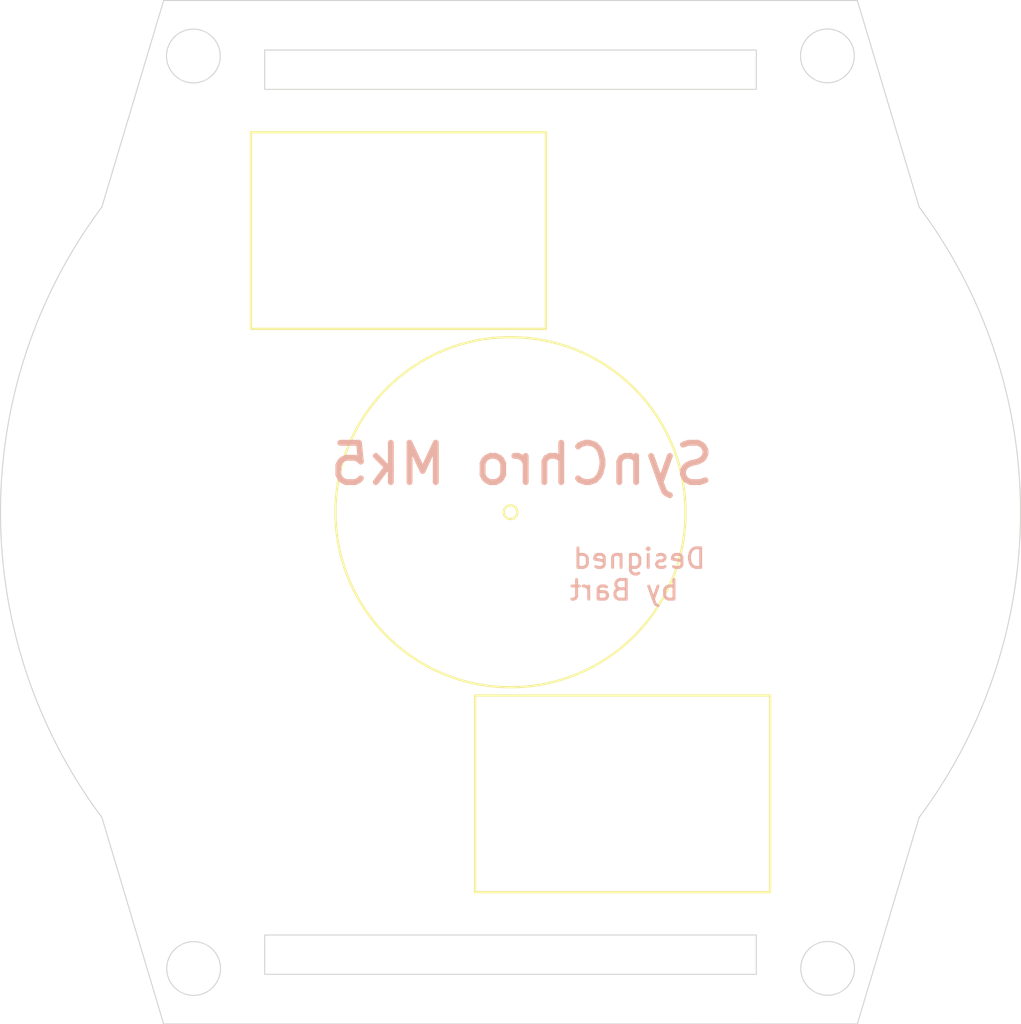
<source format=kicad_pcb>
(kicad_pcb (version 20171130) (host pcbnew 5.1.4-1.fc30)

  (general
    (thickness 1.6)
    (drawings 35)
    (tracks 0)
    (zones 0)
    (modules 0)
    (nets 1)
  )

  (page A4)
  (layers
    (0 F.Cu signal)
    (31 B.Cu signal)
    (32 B.Adhes user)
    (33 F.Adhes user)
    (34 B.Paste user)
    (35 F.Paste user)
    (36 B.SilkS user)
    (37 F.SilkS user)
    (38 B.Mask user)
    (39 F.Mask user)
    (40 Dwgs.User user)
    (41 Cmts.User user)
    (42 Eco1.User user)
    (43 Eco2.User user)
    (44 Edge.Cuts user)
    (45 Margin user)
    (46 B.CrtYd user)
    (47 F.CrtYd user)
    (48 B.Fab user)
    (49 F.Fab user)
  )

  (setup
    (last_trace_width 0.25)
    (trace_clearance 0.2)
    (zone_clearance 0.508)
    (zone_45_only no)
    (trace_min 0.2)
    (via_size 0.8)
    (via_drill 0.4)
    (via_min_size 0.4)
    (via_min_drill 0.3)
    (uvia_size 0.3)
    (uvia_drill 0.1)
    (uvias_allowed no)
    (uvia_min_size 0.2)
    (uvia_min_drill 0.1)
    (edge_width 0.05)
    (segment_width 0.2)
    (pcb_text_width 0.3)
    (pcb_text_size 1.5 1.5)
    (mod_edge_width 0.12)
    (mod_text_size 1 1)
    (mod_text_width 0.15)
    (pad_size 1.524 1.524)
    (pad_drill 0.762)
    (pad_to_mask_clearance 0.051)
    (solder_mask_min_width 0.25)
    (aux_axis_origin 0 0)
    (visible_elements 7FFFFFFF)
    (pcbplotparams
      (layerselection 0x010f0_7ffffffe)
      (usegerberextensions false)
      (usegerberattributes false)
      (usegerberadvancedattributes false)
      (creategerberjobfile false)
      (excludeedgelayer true)
      (linewidth 0.150000)
      (plotframeref false)
      (viasonmask false)
      (mode 1)
      (useauxorigin false)
      (hpglpennumber 1)
      (hpglpenspeed 20)
      (hpglpendiameter 15.000000)
      (psnegative false)
      (psa4output false)
      (plotreference true)
      (plotvalue true)
      (plotinvisibletext false)
      (padsonsilk false)
      (subtractmaskfromsilk false)
      (outputformat 1)
      (mirror false)
      (drillshape 0)
      (scaleselection 1)
      (outputdirectory "/home/bartosz/projekty/arm/workspace/Spinner/doc/case/V3/base/output/"))
  )

  (net 0 "")

  (net_class Default "To jest domyślna klasa połączeń."
    (clearance 0.2)
    (trace_width 0.25)
    (via_dia 0.8)
    (via_drill 0.4)
    (uvia_dia 0.3)
    (uvia_drill 0.1)
  )

  (gr_text "Designed\n  by Bart" (at 223.08 76.63) (layer B.SilkS)
    (effects (font (size 1 1) (thickness 0.15)) (justify mirror))
  )
  (gr_text "SynChro Mk5" (at 217.11 71.03) (layer B.SilkS)
    (effects (font (size 2 2) (thickness 0.3)) (justify mirror))
  )
  (gr_line (start 234.168 99.49) (end 237.308 88.99) (layer Edge.Cuts) (width 0.05) (tstamp 5ECC0DD4))
  (gr_line (start 234.168 47.45) (end 237.308 57.95) (layer Edge.Cuts) (width 0.05) (tstamp 5ECC0DD3))
  (gr_line (start 229.082 47.45) (end 234.168 47.45) (layer Edge.Cuts) (width 0.05) (tstamp 5ECC0DD2))
  (gr_line (start 198.892 99.49) (end 195.752 88.99) (layer Edge.Cuts) (width 0.05) (tstamp 5ECC0DD1))
  (gr_line (start 229.082 99.49) (end 198.892 99.49) (layer Edge.Cuts) (width 0.05) (tstamp 5ECC0DD0))
  (gr_line (start 229.082 47.45) (end 198.892 47.45) (layer Edge.Cuts) (width 0.05) (tstamp 5ECC0DCF))
  (gr_line (start 198.892 47.45) (end 195.751999 57.950002) (layer Edge.Cuts) (width 0.05) (tstamp 5ECC0DCE))
  (gr_line (start 229.082 99.49) (end 234.168 99.49) (layer Edge.Cuts) (width 0.05) (tstamp 5ECC0DCD))
  (gr_arc (start 216.53 73.47) (end 237.308 57.95) (angle 73.51533497) (layer Edge.Cuts) (width 0.05) (tstamp 5ECAA3CD))
  (gr_arc (start 216.53 73.47) (end 195.752 88.99) (angle 73.51533011) (layer Edge.Cuts) (width 0.05) (tstamp 5ECAA3CC))
  (gr_circle (center 200.415883 96.673337) (end 201.783715 96.673337) (layer Edge.Cuts) (width 0.05) (tstamp 5EC8E3AA))
  (gr_circle (center 232.656 96.666169) (end 234.023832 96.666169) (layer Edge.Cuts) (width 0.05) (tstamp 5EC8E3AA))
  (gr_circle (center 232.644117 50.266663) (end 234.011949 50.266663) (layer Edge.Cuts) (width 0.05) (tstamp 5EC8E3AA))
  (gr_circle (center 216.53 73.47) (end 216.878855 73.47) (layer Cmts.User) (width 0.12) (tstamp 5EC8E392))
  (gr_circle (center 200.404 50.273831) (end 201.771832 50.273831) (layer Edge.Cuts) (width 0.05) (tstamp 5EC8E346))
  (gr_line (start 229.73 82.79) (end 214.73 82.79) (layer F.SilkS) (width 0.12) (tstamp 5DA1A39D))
  (gr_line (start 229.73 92.79) (end 229.73 82.79) (layer F.SilkS) (width 0.12) (tstamp 5DA1A39C))
  (gr_line (start 214.73 82.79) (end 214.73 92.79) (layer F.SilkS) (width 0.12) (tstamp 5DA1A39B))
  (gr_line (start 214.73 92.79) (end 229.73 92.79) (layer F.SilkS) (width 0.12) (tstamp 5DA1A39A))
  (gr_circle (center 216.53 73.47) (end 216.69 73.78) (layer F.SilkS) (width 0.12) (tstamp 5DA1A37B))
  (gr_line (start 218.33 54.15) (end 203.33 54.15) (layer F.SilkS) (width 0.12))
  (gr_line (start 218.33 64.15) (end 218.33 54.15) (layer F.SilkS) (width 0.12))
  (gr_line (start 203.33 64.15) (end 218.33 64.15) (layer F.SilkS) (width 0.12))
  (gr_line (start 203.33 54.15) (end 203.33 64.15) (layer F.SilkS) (width 0.12))
  (gr_circle (center 216.53 73.47) (end 225.43 73.47) (layer F.SilkS) (width 0.12))
  (gr_line (start 204.03 51.97) (end 229.03 51.97) (layer Edge.Cuts) (width 0.05) (tstamp 5DA19EB7))
  (gr_line (start 229.03 49.97) (end 229.03 51.97) (layer Edge.Cuts) (width 0.05) (tstamp 5DA19EB6))
  (gr_line (start 204.03 51.97) (end 204.03 49.97) (layer Edge.Cuts) (width 0.05) (tstamp 5DA19EB5))
  (gr_line (start 229.03 49.97) (end 204.03 49.97) (layer Edge.Cuts) (width 0.05) (tstamp 5DA19EB4))
  (gr_line (start 229.03 94.97) (end 204.03 94.97) (layer Edge.Cuts) (width 0.05) (tstamp 5DA19E70))
  (gr_line (start 229.03 94.97) (end 229.03 96.97) (layer Edge.Cuts) (width 0.05))
  (gr_line (start 204.03 96.97) (end 229.03 96.97) (layer Edge.Cuts) (width 0.05))
  (gr_line (start 204.03 96.97) (end 204.03 94.97) (layer Edge.Cuts) (width 0.05))

)

</source>
